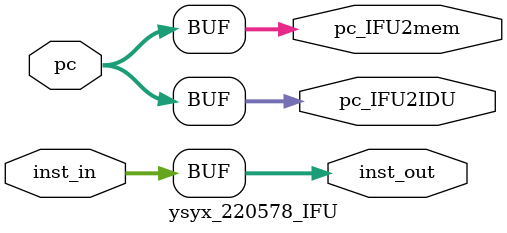
<source format=v>
/***********************
author:ran
description:取指模块(因为用c++写指令存储器，所以这里的取指只关心pc)
*************************/
`include "vsrc/defines.v"
module ysyx_220578_IFU #(parameter ADDR_WIDTH = 64, INST_WIDTH = 32)
(
    //from pc
    input [ADDR_WIDTH - 1:0] pc,

    //from inst_memory
    input [INST_WIDTH - 1:0] inst_in,   //指令存储器->IFU,用于取到指令

    //to IDU
    output [INST_WIDTH - 1:0] inst_out, //IFU->IDU
    output [ADDR_WIDTH - 1:0] pc_IFU2IDU,
    
    //to inst_memory
    output [ADDR_WIDTH - 1:0] pc_IFU2mem//IFU->inst_memory,

);

    assign pc_IFU2mem = pc;
    assign pc_IFU2IDU   = pc;
    assign inst_out = inst_in;




endmodule

</source>
